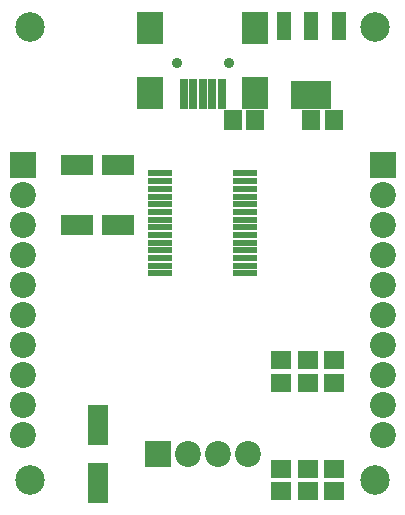
<source format=gbr>
G04 DipTrace 3.1.0.1*
G04 Âåðõíÿÿìàñêà.gbr*
%MOIN*%
G04 #@! TF.FileFunction,Soldermask,Top*
G04 #@! TF.Part,Single*
%ADD33C,0.098425*%
%ADD34C,0.035433*%
%ADD39R,0.07874X0.023622*%
%ADD41R,0.135827X0.09252*%
%ADD43R,0.045276X0.09252*%
%ADD45C,0.086614*%
%ADD47R,0.086614X0.086614*%
%ADD49R,0.086614X0.106299*%
%ADD51R,0.027559X0.098425*%
%ADD53R,0.070866X0.13189*%
%ADD55R,0.066929X0.059055*%
%ADD57R,0.059055X0.066929*%
%ADD59R,0.108268X0.070866*%
%FSLAX26Y26*%
G04*
G70*
G90*
G75*
G01*
G04 TopMask*
%LPD*%
D59*
X243776Y1137619D3*
X381571D3*
X243776Y937598D3*
X381571D3*
D57*
X762598Y1287500D3*
X837402D3*
X1025098D3*
X1099902D3*
D53*
X312533Y78562D3*
Y271475D3*
D55*
X1100003Y124898D3*
Y50094D3*
X1012503Y124898D3*
Y50094D3*
X925097Y124911D3*
Y50108D3*
D33*
X1237501Y1600001D3*
X87501D3*
X87500Y87500D3*
X1237630Y87509D3*
D51*
X725492Y1375295D3*
X693996D3*
X662500D3*
X631004D3*
X599508D3*
D49*
X837697Y1379232D3*
X487303D3*
X837697Y1595768D3*
X487303D3*
D34*
X749096Y1477657D3*
X575867D3*
D47*
X1262500Y1137500D3*
D45*
Y1037500D3*
Y937500D3*
Y837500D3*
Y737500D3*
Y637500D3*
Y537500D3*
Y437500D3*
Y337500D3*
Y237500D3*
D47*
X62500Y1137500D3*
D45*
Y1037500D3*
Y937500D3*
Y837500D3*
Y737500D3*
Y637500D3*
Y537500D3*
Y437500D3*
Y337500D3*
Y237500D3*
D47*
X512570Y175018D3*
D45*
X612570D3*
X712570D3*
X812570D3*
D55*
X1100003Y412600D3*
Y487403D3*
X1012503Y412600D3*
Y487403D3*
X925097Y487449D3*
Y412646D3*
D43*
X1115551Y1601673D3*
X1025000D3*
X934449D3*
D41*
X1025000Y1373327D3*
D39*
X804236Y777412D3*
Y803003D3*
Y828593D3*
Y854184D3*
Y879774D3*
Y905365D3*
Y930955D3*
Y956546D3*
Y982136D3*
Y1007727D3*
Y1033318D3*
Y1058908D3*
Y1084499D3*
Y1110089D3*
X520764D3*
X520772Y1084499D3*
Y1058908D3*
Y1033318D3*
Y1007727D3*
Y982136D3*
Y956546D3*
Y930955D3*
Y905365D3*
Y879774D3*
Y854184D3*
Y828593D3*
Y803003D3*
Y777412D3*
M02*

</source>
